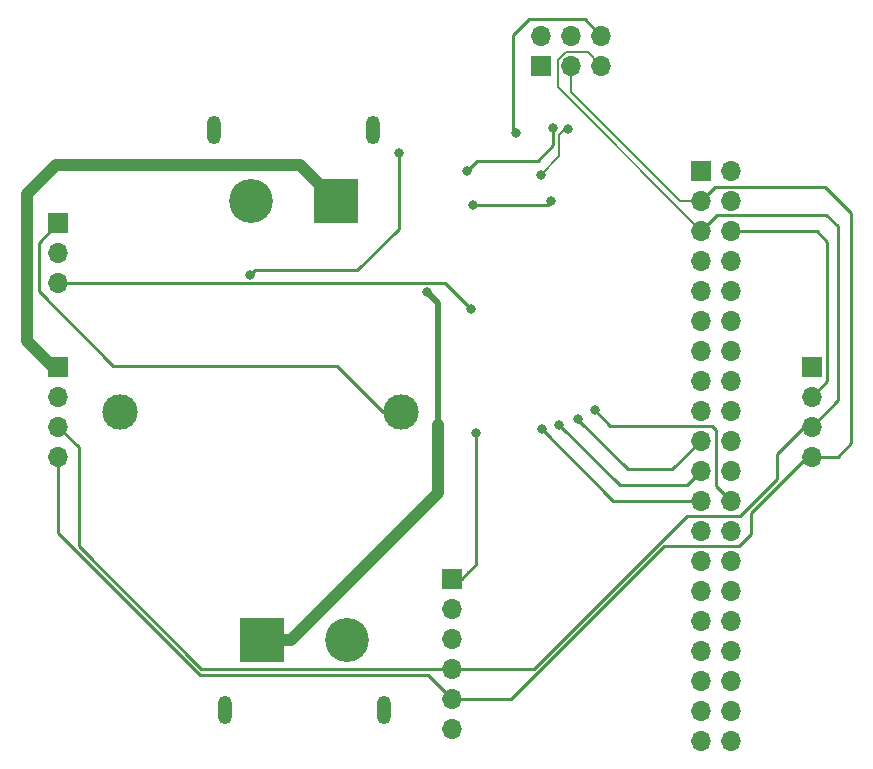
<source format=gbr>
%TF.GenerationSoftware,KiCad,Pcbnew,6.0.8-f2edbf62ab~116~ubuntu22.04.1*%
%TF.CreationDate,2022-11-23T04:07:14-05:00*%
%TF.ProjectId,Pi_HAT_V3,50695f48-4154-45f5-9633-2e6b69636164,rev?*%
%TF.SameCoordinates,Original*%
%TF.FileFunction,Copper,L1,Top*%
%TF.FilePolarity,Positive*%
%FSLAX46Y46*%
G04 Gerber Fmt 4.6, Leading zero omitted, Abs format (unit mm)*
G04 Created by KiCad (PCBNEW 6.0.8-f2edbf62ab~116~ubuntu22.04.1) date 2022-11-23 04:07:14*
%MOMM*%
%LPD*%
G01*
G04 APERTURE LIST*
%TA.AperFunction,ComponentPad*%
%ADD10R,1.700000X1.700000*%
%TD*%
%TA.AperFunction,ComponentPad*%
%ADD11O,1.700000X1.700000*%
%TD*%
%TA.AperFunction,ComponentPad*%
%ADD12R,3.716000X3.716000*%
%TD*%
%TA.AperFunction,ComponentPad*%
%ADD13C,3.716000*%
%TD*%
%TA.AperFunction,ComponentPad*%
%ADD14O,1.200000X2.400000*%
%TD*%
%TA.AperFunction,ComponentPad*%
%ADD15C,3.000000*%
%TD*%
%TA.AperFunction,ViaPad*%
%ADD16C,0.800000*%
%TD*%
%TA.AperFunction,ViaPad*%
%ADD17C,1.000000*%
%TD*%
%TA.AperFunction,Conductor*%
%ADD18C,1.000000*%
%TD*%
%TA.AperFunction,Conductor*%
%ADD19C,0.250000*%
%TD*%
%TA.AperFunction,Conductor*%
%ADD20C,0.500000*%
%TD*%
%TA.AperFunction,Conductor*%
%ADD21C,0.200000*%
%TD*%
G04 APERTURE END LIST*
D10*
%TO.P,J3,1,Pin_1*%
%TO.N,/3.3V*%
X137475000Y-70525000D03*
D11*
%TO.P,J3,2,Pin_2*%
%TO.N,/5V*%
X137475000Y-67985000D03*
%TO.P,J3,3,Pin_3*%
%TO.N,/SDA*%
X140015000Y-70525000D03*
%TO.P,J3,4,Pin_4*%
%TO.N,/5V*%
X140015000Y-67985000D03*
%TO.P,J3,5,Pin_5*%
%TO.N,/SCL*%
X142555000Y-70525000D03*
%TO.P,J3,6,Pin_6*%
%TO.N,GND*%
X142555000Y-67985000D03*
%TD*%
D10*
%TO.P,J1,1,Pin_1*%
%TO.N,/3.3V*%
X129900000Y-113950000D03*
D11*
%TO.P,J1,2,Pin_2*%
%TO.N,unconnected-(J1-Pad2)*%
X129900000Y-116490000D03*
%TO.P,J1,3,Pin_3*%
%TO.N,GND*%
X129900000Y-119030000D03*
%TO.P,J1,4,Pin_4*%
%TO.N,/SCL*%
X129900000Y-121570000D03*
%TO.P,J1,5,Pin_5*%
%TO.N,/SDA*%
X129900000Y-124110000D03*
%TO.P,J1,6,Pin_6*%
%TO.N,unconnected-(J1-Pad6)*%
X129900000Y-126650000D03*
%TD*%
D10*
%TO.P,J2,1,Pin_1*%
%TO.N,/3.3V*%
X151000000Y-79400000D03*
D11*
%TO.P,J2,2,Pin_2*%
%TO.N,/5V*%
X153540000Y-79400000D03*
%TO.P,J2,3,Pin_3*%
%TO.N,/SDA*%
X151000000Y-81940000D03*
%TO.P,J2,4,Pin_4*%
%TO.N,/5V*%
X153540000Y-81940000D03*
%TO.P,J2,5,Pin_5*%
%TO.N,/SCL*%
X151000000Y-84480000D03*
%TO.P,J2,6,Pin_6*%
%TO.N,GND*%
X153540000Y-84480000D03*
%TO.P,J2,7,Pin_7*%
%TO.N,unconnected-(J2-Pad7)*%
X151000000Y-87020000D03*
%TO.P,J2,8,Pin_8*%
%TO.N,unconnected-(J2-Pad8)*%
X153540000Y-87020000D03*
%TO.P,J2,9,Pin_9*%
%TO.N,unconnected-(J2-Pad9)*%
X151000000Y-89560000D03*
%TO.P,J2,10,Pin_10*%
%TO.N,unconnected-(J2-Pad10)*%
X153540000Y-89560000D03*
%TO.P,J2,11,Pin_11*%
%TO.N,unconnected-(J2-Pad11)*%
X151000000Y-92100000D03*
%TO.P,J2,12,Pin_12*%
%TO.N,unconnected-(J2-Pad12)*%
X153540000Y-92100000D03*
%TO.P,J2,13,Pin_13*%
%TO.N,unconnected-(J2-Pad13)*%
X151000000Y-94640000D03*
%TO.P,J2,14,Pin_14*%
%TO.N,unconnected-(J2-Pad14)*%
X153540000Y-94640000D03*
%TO.P,J2,15,Pin_15*%
%TO.N,unconnected-(J2-Pad15)*%
X151000000Y-97180000D03*
%TO.P,J2,16,Pin_16*%
%TO.N,unconnected-(J2-Pad16)*%
X153540000Y-97180000D03*
%TO.P,J2,17,Pin_17*%
%TO.N,unconnected-(J2-Pad17)*%
X151000000Y-99720000D03*
%TO.P,J2,18,Pin_18*%
%TO.N,unconnected-(J2-Pad18)*%
X153540000Y-99720000D03*
%TO.P,J2,19,Pin_19*%
%TO.N,/MOSI*%
X151000000Y-102260000D03*
%TO.P,J2,20,Pin_20*%
%TO.N,unconnected-(J2-Pad20)*%
X153540000Y-102260000D03*
%TO.P,J2,21,Pin_21*%
%TO.N,/MISO*%
X151000000Y-104800000D03*
%TO.P,J2,22,Pin_22*%
%TO.N,unconnected-(J2-Pad22)*%
X153540000Y-104800000D03*
%TO.P,J2,23,Pin_23*%
%TO.N,/SCLK*%
X151000000Y-107340000D03*
%TO.P,J2,24,Pin_24*%
%TO.N,/CS*%
X153540000Y-107340000D03*
%TO.P,J2,25,Pin_25*%
%TO.N,unconnected-(J2-Pad25)*%
X151000000Y-109880000D03*
%TO.P,J2,26,Pin_26*%
%TO.N,unconnected-(J2-Pad26)*%
X153540000Y-109880000D03*
%TO.P,J2,27,Pin_27*%
%TO.N,unconnected-(J2-Pad27)*%
X151000000Y-112420000D03*
%TO.P,J2,28,Pin_28*%
%TO.N,unconnected-(J2-Pad28)*%
X153540000Y-112420000D03*
%TO.P,J2,29,Pin_29*%
%TO.N,unconnected-(J2-Pad29)*%
X151000000Y-114960000D03*
%TO.P,J2,30,Pin_30*%
%TO.N,unconnected-(J2-Pad30)*%
X153540000Y-114960000D03*
%TO.P,J2,31,Pin_31*%
%TO.N,unconnected-(J2-Pad31)*%
X151000000Y-117500000D03*
%TO.P,J2,32,Pin_32*%
%TO.N,unconnected-(J2-Pad32)*%
X153540000Y-117500000D03*
%TO.P,J2,33,Pin_33*%
%TO.N,unconnected-(J2-Pad33)*%
X151000000Y-120040000D03*
%TO.P,J2,34,Pin_34*%
%TO.N,unconnected-(J2-Pad34)*%
X153540000Y-120040000D03*
%TO.P,J2,35,Pin_35*%
%TO.N,unconnected-(J2-Pad35)*%
X151000000Y-122580000D03*
%TO.P,J2,36,Pin_36*%
%TO.N,unconnected-(J2-Pad36)*%
X153540000Y-122580000D03*
%TO.P,J2,37,Pin_37*%
%TO.N,unconnected-(J2-Pad37)*%
X151000000Y-125120000D03*
%TO.P,J2,38,Pin_38*%
%TO.N,unconnected-(J2-Pad38)*%
X153540000Y-125120000D03*
%TO.P,J2,39,Pin_39*%
%TO.N,unconnected-(J2-Pad39)*%
X151000000Y-127660000D03*
%TO.P,J2,40,Pin_40*%
%TO.N,unconnected-(J2-Pad40)*%
X153540000Y-127660000D03*
%TD*%
D10*
%TO.P,J4,1,Pin_1*%
%TO.N,/12V0*%
X96550000Y-96000000D03*
D11*
%TO.P,J4,2,Pin_2*%
%TO.N,GND*%
X96550000Y-98540000D03*
%TO.P,J4,3,Pin_3*%
%TO.N,/SCL*%
X96550000Y-101080000D03*
%TO.P,J4,4,Pin_4*%
%TO.N,/SDA*%
X96550000Y-103620000D03*
%TD*%
D12*
%TO.P,J5,1,+*%
%TO.N,/12V0*%
X120100000Y-82000000D03*
D13*
%TO.P,J5,2,-*%
%TO.N,GND*%
X112900000Y-82000000D03*
D14*
%TO.P,J5,S1*%
%TO.N,N/C*%
X123250000Y-76000000D03*
%TO.P,J5,S2*%
X109750000Y-76000000D03*
%TD*%
D12*
%TO.P,J8,1,+*%
%TO.N,/12V1*%
X113800000Y-119100000D03*
D13*
%TO.P,J8,2,-*%
%TO.N,GND*%
X121000000Y-119100000D03*
D14*
%TO.P,J8,S1*%
%TO.N,N/C*%
X110650000Y-125100000D03*
%TO.P,J8,S2*%
X124150000Y-125100000D03*
%TD*%
D15*
%TO.P,L2,1,1*%
%TO.N,Net-(C5-Pad1)*%
X101800000Y-99850000D03*
%TO.P,L2,2,2*%
%TO.N,/5V*%
X125600000Y-99850000D03*
%TD*%
D10*
%TO.P,J6,1,Pin_1*%
%TO.N,/12V0*%
X160350000Y-96000000D03*
D11*
%TO.P,J6,2,Pin_2*%
%TO.N,GND*%
X160350000Y-98540000D03*
%TO.P,J6,3,Pin_3*%
%TO.N,/SCL*%
X160350000Y-101080000D03*
%TO.P,J6,4,Pin_4*%
%TO.N,/SDA*%
X160350000Y-103620000D03*
%TD*%
D10*
%TO.P,J7,1,Pin_1*%
%TO.N,/5V*%
X96550000Y-83875000D03*
D11*
%TO.P,J7,2,Pin_2*%
%TO.N,GND*%
X96550000Y-86415000D03*
%TO.P,J7,3,Pin_3*%
%TO.N,/PS*%
X96550000Y-88955000D03*
%TD*%
D16*
%TO.N,/3.3V*%
X131900000Y-101600000D03*
%TO.N,/MOSI*%
X140600000Y-100400000D03*
%TO.N,/MISO*%
X139000000Y-100900000D03*
%TO.N,/CS*%
X142000000Y-99700000D03*
%TO.N,GND*%
X135300000Y-76200000D03*
X138300000Y-82000000D03*
X131700000Y-82300000D03*
%TO.N,/12V1*%
X127800000Y-89679500D03*
D17*
X128700000Y-100900000D03*
D16*
%TO.N,Net-(C4-Pad1)*%
X139700000Y-75900000D03*
X137450000Y-79750000D03*
%TO.N,Net-(C5-Pad1)*%
X125400000Y-77900000D03*
X112800000Y-88230500D03*
%TO.N,Net-(R3-Pad1)*%
X131150000Y-79450000D03*
X138500000Y-75750000D03*
%TO.N,/PS*%
X131500000Y-91100000D03*
%TO.N,/SCLK*%
X137500000Y-101300000D03*
%TD*%
D18*
%TO.N,/12V0*%
X93900000Y-93800000D02*
X93900000Y-81400000D01*
D19*
%TO.N,/3.3V*%
X131300000Y-113400000D02*
X131900000Y-112800000D01*
X130750000Y-113950000D02*
X131300000Y-113400000D01*
X129900000Y-113950000D02*
X130750000Y-113950000D01*
X131900000Y-112800000D02*
X131900000Y-101600000D01*
%TO.N,/MOSI*%
X148560000Y-104700000D02*
X144800000Y-104700000D01*
X140600000Y-100500000D02*
X140600000Y-100400000D01*
X151000000Y-102260000D02*
X148560000Y-104700000D01*
X144800000Y-104700000D02*
X140600000Y-100500000D01*
%TO.N,/MISO*%
X149800000Y-106000000D02*
X144100000Y-106000000D01*
X144100000Y-106000000D02*
X139000000Y-100900000D01*
X151000000Y-104800000D02*
X149800000Y-106000000D01*
%TO.N,/CS*%
X152300000Y-106100000D02*
X153540000Y-107340000D01*
X142000000Y-99700000D02*
X143300000Y-101000000D01*
X151900000Y-101000000D02*
X152300000Y-101400000D01*
X143300000Y-101000000D02*
X151900000Y-101000000D01*
X152300000Y-101400000D02*
X152300000Y-106100000D01*
%TO.N,GND*%
X135100000Y-67900000D02*
X135100000Y-76000000D01*
X141170000Y-66600000D02*
X140500000Y-66600000D01*
X138000000Y-82300000D02*
X138300000Y-82000000D01*
X140500000Y-66600000D02*
X136400000Y-66600000D01*
X160350000Y-98540000D02*
X161700000Y-97190000D01*
X161700000Y-85400000D02*
X160780000Y-84480000D01*
X160780000Y-84480000D02*
X153540000Y-84480000D01*
X135100000Y-76000000D02*
X135300000Y-76200000D01*
X131700000Y-82300000D02*
X138000000Y-82300000D01*
X136400000Y-66600000D02*
X135100000Y-67900000D01*
X142555000Y-67985000D02*
X141170000Y-66600000D01*
X161700000Y-97190000D02*
X161700000Y-85400000D01*
D18*
%TO.N,/12V1*%
X128700000Y-106700000D02*
X128700000Y-100900000D01*
X113800000Y-119100000D02*
X116300000Y-119100000D01*
D20*
X128700000Y-100900000D02*
X128700000Y-90579500D01*
D18*
X116300000Y-119100000D02*
X118900000Y-116500000D01*
X118900000Y-116500000D02*
X128700000Y-106700000D01*
D20*
X128700000Y-90579500D02*
X127800000Y-89679500D01*
D19*
%TO.N,/5V*%
X94900000Y-85525000D02*
X94900000Y-89600000D01*
X94900000Y-89600000D02*
X101200000Y-95900000D01*
X120150000Y-95900000D02*
X124100000Y-99850000D01*
X101200000Y-95900000D02*
X120150000Y-95900000D01*
X96550000Y-83875000D02*
X94900000Y-85525000D01*
%TO.N,/SCL*%
X162600000Y-84100000D02*
X161614511Y-83114511D01*
X157400000Y-105500000D02*
X157400000Y-103400000D01*
X160350000Y-101080000D02*
X162600000Y-98830000D01*
X98300000Y-111200000D02*
X98300000Y-102830000D01*
D21*
X139538856Y-69375489D02*
X138865489Y-70048856D01*
X142555000Y-70525000D02*
X141405489Y-69375489D01*
D19*
X161614511Y-83114511D02*
X152365489Y-83114511D01*
X152365489Y-83114511D02*
X151000000Y-84480000D01*
X149800000Y-108600000D02*
X154300000Y-108600000D01*
X98300000Y-102830000D02*
X96550000Y-101080000D01*
X136830000Y-121570000D02*
X149800000Y-108600000D01*
D21*
X141405489Y-69375489D02*
X139538856Y-69375489D01*
D19*
X154300000Y-108600000D02*
X157400000Y-105500000D01*
X162600000Y-98830000D02*
X162600000Y-84100000D01*
D21*
X138865489Y-70048856D02*
X138865489Y-72345489D01*
X138865489Y-72345489D02*
X151000000Y-84480000D01*
D19*
X129900000Y-121570000D02*
X108670000Y-121570000D01*
X129900000Y-121570000D02*
X136830000Y-121570000D01*
X159720000Y-101080000D02*
X160350000Y-101080000D01*
X108670000Y-121570000D02*
X98300000Y-111200000D01*
X157400000Y-103400000D02*
X159720000Y-101080000D01*
D21*
%TO.N,/SDA*%
X140015000Y-70525000D02*
X140015000Y-72715000D01*
D19*
X155200000Y-108400000D02*
X159980000Y-103620000D01*
X108563604Y-122100000D02*
X96550000Y-110086396D01*
X152174511Y-80765489D02*
X151000000Y-81940000D01*
X163700000Y-83000000D02*
X161465489Y-80765489D01*
X129900000Y-124110000D02*
X134926396Y-124110000D01*
X159980000Y-103620000D02*
X160350000Y-103620000D01*
X161465489Y-80765489D02*
X152174511Y-80765489D01*
X154200000Y-111200000D02*
X155200000Y-110200000D01*
X129900000Y-124110000D02*
X127890000Y-122100000D01*
X127890000Y-122100000D02*
X108563604Y-122100000D01*
X160350000Y-103620000D02*
X162580000Y-103620000D01*
X163700000Y-102500000D02*
X163700000Y-83000000D01*
D21*
X140015000Y-72715000D02*
X149240000Y-81940000D01*
D19*
X147836396Y-111200000D02*
X154200000Y-111200000D01*
X155200000Y-110200000D02*
X155200000Y-108400000D01*
X162580000Y-103620000D02*
X163700000Y-102500000D01*
X134926396Y-124110000D02*
X147836396Y-111200000D01*
D21*
X149240000Y-81940000D02*
X151000000Y-81940000D01*
D19*
X96550000Y-110086396D02*
X96550000Y-103620000D01*
D21*
%TO.N,Net-(C4-Pad1)*%
X139250000Y-76100000D02*
X139450000Y-75900000D01*
X137450000Y-79750000D02*
X139000000Y-78200000D01*
X139000000Y-78200000D02*
X139000000Y-76350000D01*
X139450000Y-75900000D02*
X139700000Y-75900000D01*
X139000000Y-76350000D02*
X139250000Y-76100000D01*
D19*
%TO.N,Net-(C5-Pad1)*%
X125400000Y-84300000D02*
X125400000Y-77900000D01*
X114100000Y-87800000D02*
X121900000Y-87800000D01*
X121900000Y-87800000D02*
X125300000Y-84400000D01*
X125300000Y-84400000D02*
X125400000Y-84300000D01*
X113230500Y-87800000D02*
X112800000Y-88230500D01*
X114100000Y-87800000D02*
X113230500Y-87800000D01*
%TO.N,Net-(R3-Pad1)*%
X137150000Y-78550000D02*
X132050000Y-78550000D01*
X137150000Y-78550000D02*
X138500000Y-77200000D01*
X138500000Y-77200000D02*
X138500000Y-75750000D01*
X132050000Y-78550000D02*
X131150000Y-79450000D01*
%TO.N,/PS*%
X129355000Y-88955000D02*
X131500000Y-91100000D01*
X96550000Y-88955000D02*
X129355000Y-88955000D01*
%TO.N,/SCLK*%
X143540000Y-107340000D02*
X151000000Y-107340000D01*
X137500000Y-101300000D02*
X143540000Y-107340000D01*
D18*
%TO.N,/12V0*%
X96100000Y-96000000D02*
X93900000Y-93800000D01*
X96550000Y-96000000D02*
X96100000Y-96000000D01*
X93900000Y-81400000D02*
X96400000Y-78900000D01*
X117000000Y-78900000D02*
X120100000Y-82000000D01*
X96400000Y-78900000D02*
X117000000Y-78900000D01*
%TD*%
M02*

</source>
